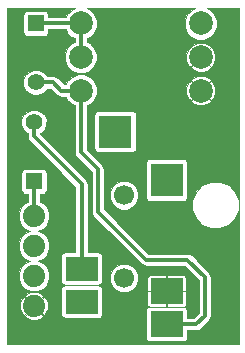
<source format=gtl>
G04 #@! TF.FileFunction,Copper,L1,Top,Signal*
%FSLAX46Y46*%
G04 Gerber Fmt 4.6, Leading zero omitted, Abs format (unit mm)*
G04 Created by KiCad (PCBNEW 4.0.2-stable) date 6/3/2016 7:26:30 PM*
%MOMM*%
G01*
G04 APERTURE LIST*
%ADD10C,0.150000*%
%ADD11C,1.998980*%
%ADD12R,2.800000X2.000000*%
%ADD13R,2.800000X2.200000*%
%ADD14R,2.800000X2.800000*%
%ADD15C,1.700000*%
%ADD16C,1.879600*%
%ADD17R,1.400000X1.400000*%
%ADD18C,1.400000*%
%ADD19C,0.300000*%
%ADD20C,0.203200*%
%ADD21C,0.125000*%
G04 APERTURE END LIST*
D10*
D11*
X6910000Y27830000D03*
X17070000Y27830000D03*
D12*
X6990000Y4275000D03*
X6990000Y7075000D03*
D13*
X14190000Y5175000D03*
X14190000Y2375000D03*
D14*
X14190000Y14575000D03*
X9840000Y18675000D03*
D15*
X10590000Y6275000D03*
X10590000Y13275000D03*
D16*
X2960000Y8995000D03*
X2960000Y6455000D03*
X2960000Y3915000D03*
X2960000Y11535000D03*
D11*
X17080000Y24980000D03*
X6920000Y24980000D03*
X17090000Y22150000D03*
X6930000Y22150000D03*
D17*
X2960000Y14460000D03*
D18*
X2960000Y19460000D03*
D17*
X3120000Y27830000D03*
D18*
X3120000Y22830000D03*
D19*
X2960000Y14460000D02*
X2960000Y11535000D01*
X6990000Y7075000D02*
X6990000Y14230000D01*
X2960000Y18260000D02*
X2960000Y19460000D01*
X6990000Y14230000D02*
X2960000Y18260000D01*
X3120000Y27830000D02*
X6910000Y27830000D01*
X6920000Y24980000D02*
X6920000Y27820000D01*
X6920000Y27820000D02*
X6910000Y27830000D01*
X6580000Y24640000D02*
X6920000Y24980000D01*
D20*
X6920000Y27820000D02*
X6910000Y27830000D01*
X6580000Y24640000D02*
X6920000Y24980000D01*
D19*
X3120000Y22830000D02*
X4610000Y22830000D01*
X5290000Y22150000D02*
X6930000Y22150000D01*
X4610000Y22830000D02*
X5290000Y22150000D01*
X8360000Y15480000D02*
X8360000Y11900000D01*
X6930000Y16910000D02*
X8360000Y15480000D01*
X8360000Y11900000D02*
X12440000Y7820000D01*
X6930000Y22150000D02*
X6930000Y16910000D01*
X16715000Y2375000D02*
X14190000Y2375000D01*
X17420000Y3080000D02*
X16715000Y2375000D01*
X17420000Y6360000D02*
X17420000Y3080000D01*
X15960000Y7820000D02*
X17420000Y6360000D01*
X12440000Y7820000D02*
X15960000Y7820000D01*
D21*
G36*
X6139503Y28985312D02*
X5756034Y28602513D01*
X5648067Y28342500D01*
X4189601Y28342500D01*
X4189601Y28530000D01*
X4164324Y28664334D01*
X4084933Y28787712D01*
X3963795Y28870482D01*
X3820000Y28899601D01*
X2420000Y28899601D01*
X2285666Y28874324D01*
X2162288Y28794933D01*
X2079518Y28673795D01*
X2050399Y28530000D01*
X2050399Y27130000D01*
X2075676Y26995666D01*
X2155067Y26872288D01*
X2276205Y26789518D01*
X2420000Y26760399D01*
X3820000Y26760399D01*
X3954334Y26785676D01*
X4077712Y26865067D01*
X4160482Y26986205D01*
X4189601Y27130000D01*
X4189601Y27317500D01*
X5648086Y27317500D01*
X5754688Y27059503D01*
X6137487Y26676034D01*
X6407500Y26563915D01*
X6407500Y26241914D01*
X6149503Y26135312D01*
X5766034Y25752513D01*
X5558247Y25252105D01*
X5557774Y24710272D01*
X5764688Y24209503D01*
X6147487Y23826034D01*
X6647895Y23618247D01*
X7189728Y23617774D01*
X7690497Y23824688D01*
X7986171Y24119846D01*
X16251666Y24119846D01*
X16362986Y23954836D01*
X16809879Y23758482D01*
X17297895Y23748094D01*
X17752739Y23925253D01*
X17797014Y23954836D01*
X17908334Y24119846D01*
X17080000Y24948180D01*
X16251666Y24119846D01*
X7986171Y24119846D01*
X8073966Y24207487D01*
X8281753Y24707895D01*
X8281800Y24762105D01*
X15848094Y24762105D01*
X16025253Y24307261D01*
X16054836Y24262986D01*
X16219846Y24151666D01*
X17048180Y24980000D01*
X17111820Y24980000D01*
X17940154Y24151666D01*
X18105164Y24262986D01*
X18301518Y24709879D01*
X18311906Y25197895D01*
X18134747Y25652739D01*
X18105164Y25697014D01*
X17940154Y25808334D01*
X17111820Y24980000D01*
X17048180Y24980000D01*
X16219846Y25808334D01*
X16054836Y25697014D01*
X15858482Y25250121D01*
X15848094Y24762105D01*
X8281800Y24762105D01*
X8282226Y25249728D01*
X8075312Y25750497D01*
X7985812Y25840154D01*
X16251666Y25840154D01*
X17080000Y25011820D01*
X17908334Y25840154D01*
X17797014Y26005164D01*
X17350121Y26201518D01*
X16862105Y26211906D01*
X16407261Y26034747D01*
X16362986Y26005164D01*
X16251666Y25840154D01*
X7985812Y25840154D01*
X7692513Y26133966D01*
X7432500Y26241933D01*
X7432500Y26572217D01*
X7680497Y26674688D01*
X8063966Y27057487D01*
X8271753Y27557895D01*
X8272226Y28099728D01*
X8065312Y28600497D01*
X7682513Y28983966D01*
X7410296Y29097000D01*
X16569808Y29097000D01*
X16299503Y28985312D01*
X15916034Y28602513D01*
X15708247Y28102105D01*
X15707774Y27560272D01*
X15914688Y27059503D01*
X16297487Y26676034D01*
X16797895Y26468247D01*
X17339728Y26467774D01*
X17840497Y26674688D01*
X18223966Y27057487D01*
X18431753Y27557895D01*
X18432226Y28099728D01*
X18225312Y28600497D01*
X17842513Y28983966D01*
X17570296Y29097000D01*
X20287000Y29097000D01*
X20287000Y703000D01*
X643000Y703000D01*
X643000Y3097888D01*
X2174708Y3097888D01*
X2278764Y2939080D01*
X2704089Y2752670D01*
X3168373Y2743214D01*
X3600934Y2912151D01*
X3641236Y2939080D01*
X3745292Y3097888D01*
X2960000Y3883180D01*
X2174708Y3097888D01*
X643000Y3097888D01*
X643000Y3706627D01*
X1788214Y3706627D01*
X1957151Y3274066D01*
X1984080Y3233764D01*
X2142888Y3129708D01*
X2928180Y3915000D01*
X2991820Y3915000D01*
X3777112Y3129708D01*
X3935920Y3233764D01*
X4122330Y3659089D01*
X4131786Y4123373D01*
X3962849Y4555934D01*
X3935920Y4596236D01*
X3777112Y4700292D01*
X2991820Y3915000D01*
X2928180Y3915000D01*
X2142888Y4700292D01*
X1984080Y4596236D01*
X1797670Y4170911D01*
X1788214Y3706627D01*
X643000Y3706627D01*
X643000Y4732112D01*
X2174708Y4732112D01*
X2960000Y3946820D01*
X3745292Y4732112D01*
X3641236Y4890920D01*
X3215911Y5077330D01*
X2751627Y5086786D01*
X2319066Y4917849D01*
X2278764Y4890920D01*
X2174708Y4732112D01*
X643000Y4732112D01*
X643000Y11277093D01*
X1657474Y11277093D01*
X1855320Y10798270D01*
X2221343Y10431607D01*
X2622975Y10264835D01*
X2223270Y10099680D01*
X1856607Y9733657D01*
X1657926Y9255180D01*
X1657474Y8737093D01*
X1855320Y8258270D01*
X2221343Y7891607D01*
X2622975Y7724835D01*
X2223270Y7559680D01*
X1856607Y7193657D01*
X1657926Y6715180D01*
X1657474Y6197093D01*
X1855320Y5718270D01*
X2221343Y5351607D01*
X2699820Y5152926D01*
X3217907Y5152474D01*
X3514442Y5275000D01*
X5220399Y5275000D01*
X5220399Y3275000D01*
X5245676Y3140666D01*
X5325067Y3017288D01*
X5446205Y2934518D01*
X5590000Y2905399D01*
X8390000Y2905399D01*
X8524334Y2930676D01*
X8647712Y3010067D01*
X8730482Y3131205D01*
X8759601Y3275000D01*
X8759601Y5275000D01*
X8734324Y5409334D01*
X8654933Y5532712D01*
X8533795Y5615482D01*
X8390000Y5644601D01*
X5590000Y5644601D01*
X5455666Y5619324D01*
X5332288Y5539933D01*
X5249518Y5418795D01*
X5220399Y5275000D01*
X3514442Y5275000D01*
X3696730Y5350320D01*
X4063393Y5716343D01*
X4262074Y6194820D01*
X4262526Y6712907D01*
X4064680Y7191730D01*
X3698657Y7558393D01*
X3297025Y7725165D01*
X3696730Y7890320D01*
X4063393Y8256343D01*
X4262074Y8734820D01*
X4262526Y9252907D01*
X4064680Y9731730D01*
X3698657Y10098393D01*
X3297025Y10265165D01*
X3696730Y10430320D01*
X4063393Y10796343D01*
X4262074Y11274820D01*
X4262526Y11792907D01*
X4064680Y12271730D01*
X3698657Y12638393D01*
X3472500Y12732302D01*
X3472500Y13390399D01*
X3660000Y13390399D01*
X3794334Y13415676D01*
X3917712Y13495067D01*
X4000482Y13616205D01*
X4029601Y13760000D01*
X4029601Y15160000D01*
X4004324Y15294334D01*
X3924933Y15417712D01*
X3803795Y15500482D01*
X3660000Y15529601D01*
X2260000Y15529601D01*
X2125666Y15504324D01*
X2002288Y15424933D01*
X1919518Y15303795D01*
X1890399Y15160000D01*
X1890399Y13760000D01*
X1915676Y13625666D01*
X1995067Y13502288D01*
X2116205Y13419518D01*
X2260000Y13390399D01*
X2447500Y13390399D01*
X2447500Y12732330D01*
X2223270Y12639680D01*
X1856607Y12273657D01*
X1657926Y11795180D01*
X1657474Y11277093D01*
X643000Y11277093D01*
X643000Y19249583D01*
X1897316Y19249583D01*
X2058731Y18858928D01*
X2357356Y18559781D01*
X2447500Y18522350D01*
X2447500Y18260000D01*
X2486512Y18063875D01*
X2597608Y17897608D01*
X6477500Y14017716D01*
X6477500Y8444601D01*
X5590000Y8444601D01*
X5455666Y8419324D01*
X5332288Y8339933D01*
X5249518Y8218795D01*
X5220399Y8075000D01*
X5220399Y6075000D01*
X5245676Y5940666D01*
X5325067Y5817288D01*
X5446205Y5734518D01*
X5590000Y5705399D01*
X8390000Y5705399D01*
X8524334Y5730676D01*
X8647712Y5810067D01*
X8730482Y5931205D01*
X8751475Y6034877D01*
X9377290Y6034877D01*
X9561493Y5589071D01*
X9902277Y5247692D01*
X10347761Y5062711D01*
X10830123Y5062290D01*
X10910799Y5095625D01*
X12562500Y5095625D01*
X12562500Y4029747D01*
X12597135Y3946131D01*
X12661132Y3882135D01*
X12744748Y3847500D01*
X14110625Y3847500D01*
X14167500Y3904375D01*
X14167500Y5152500D01*
X14212500Y5152500D01*
X14212500Y3904375D01*
X14269375Y3847500D01*
X15635252Y3847500D01*
X15718868Y3882135D01*
X15782865Y3946131D01*
X15817500Y4029747D01*
X15817500Y5095625D01*
X15760625Y5152500D01*
X14212500Y5152500D01*
X14167500Y5152500D01*
X12619375Y5152500D01*
X12562500Y5095625D01*
X10910799Y5095625D01*
X11275929Y5246493D01*
X11617308Y5587277D01*
X11802289Y6032761D01*
X11802539Y6320253D01*
X12562500Y6320253D01*
X12562500Y5254375D01*
X12619375Y5197500D01*
X14167500Y5197500D01*
X14167500Y6445625D01*
X14212500Y6445625D01*
X14212500Y5197500D01*
X15760625Y5197500D01*
X15817500Y5254375D01*
X15817500Y6320253D01*
X15782865Y6403869D01*
X15718868Y6467865D01*
X15635252Y6502500D01*
X14269375Y6502500D01*
X14212500Y6445625D01*
X14167500Y6445625D01*
X14110625Y6502500D01*
X12744748Y6502500D01*
X12661132Y6467865D01*
X12597135Y6403869D01*
X12562500Y6320253D01*
X11802539Y6320253D01*
X11802710Y6515123D01*
X11618507Y6960929D01*
X11277723Y7302308D01*
X10832239Y7487289D01*
X10349877Y7487710D01*
X9904071Y7303507D01*
X9562692Y6962723D01*
X9377711Y6517239D01*
X9377290Y6034877D01*
X8751475Y6034877D01*
X8759601Y6075000D01*
X8759601Y8075000D01*
X8734324Y8209334D01*
X8654933Y8332712D01*
X8533795Y8415482D01*
X8390000Y8444601D01*
X7502500Y8444601D01*
X7502500Y14230000D01*
X7463488Y14426125D01*
X7352392Y14592392D01*
X3472500Y18472284D01*
X3472500Y18522134D01*
X3561072Y18558731D01*
X3860219Y18857356D01*
X4022316Y19247728D01*
X4022684Y19670417D01*
X3861269Y20061072D01*
X3562644Y20360219D01*
X3172272Y20522316D01*
X2749583Y20522684D01*
X2358928Y20361269D01*
X2059781Y20062644D01*
X1897684Y19672272D01*
X1897316Y19249583D01*
X643000Y19249583D01*
X643000Y22619583D01*
X2057316Y22619583D01*
X2218731Y22228928D01*
X2517356Y21929781D01*
X2907728Y21767684D01*
X3330417Y21767316D01*
X3721072Y21928731D01*
X4020219Y22227356D01*
X4057650Y22317500D01*
X4397716Y22317500D01*
X4927608Y21787608D01*
X5093875Y21676512D01*
X5290000Y21637500D01*
X5668086Y21637500D01*
X5774688Y21379503D01*
X6157487Y20996034D01*
X6417500Y20888067D01*
X6417500Y16910000D01*
X6456512Y16713875D01*
X6567608Y16547608D01*
X7847500Y15267715D01*
X7847500Y11900000D01*
X7886512Y11703875D01*
X7997608Y11537608D01*
X12077608Y7457608D01*
X12243875Y7346512D01*
X12440000Y7307500D01*
X15747716Y7307500D01*
X16907500Y6147716D01*
X16907500Y3292285D01*
X16502716Y2887500D01*
X15959601Y2887500D01*
X15959601Y3475000D01*
X15934324Y3609334D01*
X15854933Y3732712D01*
X15733795Y3815482D01*
X15590000Y3844601D01*
X12790000Y3844601D01*
X12655666Y3819324D01*
X12532288Y3739933D01*
X12449518Y3618795D01*
X12420399Y3475000D01*
X12420399Y1275000D01*
X12445676Y1140666D01*
X12525067Y1017288D01*
X12646205Y934518D01*
X12790000Y905399D01*
X15590000Y905399D01*
X15724334Y930676D01*
X15847712Y1010067D01*
X15930482Y1131205D01*
X15959601Y1275000D01*
X15959601Y1862500D01*
X16715000Y1862500D01*
X16911125Y1901512D01*
X17077392Y2012608D01*
X17782393Y2717608D01*
X17893488Y2883875D01*
X17932500Y3080000D01*
X17932500Y6360000D01*
X17893488Y6556125D01*
X17782392Y6722392D01*
X16322392Y8182392D01*
X16156125Y8293488D01*
X15960000Y8332500D01*
X12652284Y8332500D01*
X8872500Y12112284D01*
X8872500Y13034877D01*
X9377290Y13034877D01*
X9561493Y12589071D01*
X9902277Y12247692D01*
X10347761Y12062711D01*
X10830123Y12062290D01*
X10864143Y12076347D01*
X16357160Y12076347D01*
X16655303Y11354785D01*
X17206881Y10802243D01*
X17927922Y10502841D01*
X18708653Y10502160D01*
X19430215Y10800303D01*
X19982757Y11351881D01*
X20282159Y12072922D01*
X20282840Y12853653D01*
X19984697Y13575215D01*
X19433119Y14127757D01*
X18712078Y14427159D01*
X17931347Y14427840D01*
X17209785Y14129697D01*
X16657243Y13578119D01*
X16357841Y12857078D01*
X16357160Y12076347D01*
X10864143Y12076347D01*
X11275929Y12246493D01*
X11617308Y12587277D01*
X11802289Y13032761D01*
X11802710Y13515123D01*
X11618507Y13960929D01*
X11277723Y14302308D01*
X10832239Y14487289D01*
X10349877Y14487710D01*
X9904071Y14303507D01*
X9562692Y13962723D01*
X9377711Y13517239D01*
X9377290Y13034877D01*
X8872500Y13034877D01*
X8872500Y15480000D01*
X8833488Y15676125D01*
X8833488Y15676126D01*
X8722392Y15842393D01*
X8589785Y15975000D01*
X12420399Y15975000D01*
X12420399Y13175000D01*
X12445676Y13040666D01*
X12525067Y12917288D01*
X12646205Y12834518D01*
X12790000Y12805399D01*
X15590000Y12805399D01*
X15724334Y12830676D01*
X15847712Y12910067D01*
X15930482Y13031205D01*
X15959601Y13175000D01*
X15959601Y15975000D01*
X15934324Y16109334D01*
X15854933Y16232712D01*
X15733795Y16315482D01*
X15590000Y16344601D01*
X12790000Y16344601D01*
X12655666Y16319324D01*
X12532288Y16239933D01*
X12449518Y16118795D01*
X12420399Y15975000D01*
X8589785Y15975000D01*
X7442500Y17122284D01*
X7442500Y20075000D01*
X8070399Y20075000D01*
X8070399Y17275000D01*
X8095676Y17140666D01*
X8175067Y17017288D01*
X8296205Y16934518D01*
X8440000Y16905399D01*
X11240000Y16905399D01*
X11374334Y16930676D01*
X11497712Y17010067D01*
X11580482Y17131205D01*
X11609601Y17275000D01*
X11609601Y20075000D01*
X11584324Y20209334D01*
X11504933Y20332712D01*
X11383795Y20415482D01*
X11240000Y20444601D01*
X8440000Y20444601D01*
X8305666Y20419324D01*
X8182288Y20339933D01*
X8099518Y20218795D01*
X8070399Y20075000D01*
X7442500Y20075000D01*
X7442500Y20888086D01*
X7700497Y20994688D01*
X7996171Y21289846D01*
X16261666Y21289846D01*
X16372986Y21124836D01*
X16819879Y20928482D01*
X17307895Y20918094D01*
X17762739Y21095253D01*
X17807014Y21124836D01*
X17918334Y21289846D01*
X17090000Y22118180D01*
X16261666Y21289846D01*
X7996171Y21289846D01*
X8083966Y21377487D01*
X8291753Y21877895D01*
X8291800Y21932105D01*
X15858094Y21932105D01*
X16035253Y21477261D01*
X16064836Y21432986D01*
X16229846Y21321666D01*
X17058180Y22150000D01*
X17121820Y22150000D01*
X17950154Y21321666D01*
X18115164Y21432986D01*
X18311518Y21879879D01*
X18321906Y22367895D01*
X18144747Y22822739D01*
X18115164Y22867014D01*
X17950154Y22978334D01*
X17121820Y22150000D01*
X17058180Y22150000D01*
X16229846Y22978334D01*
X16064836Y22867014D01*
X15868482Y22420121D01*
X15858094Y21932105D01*
X8291800Y21932105D01*
X8292226Y22419728D01*
X8085312Y22920497D01*
X7995812Y23010154D01*
X16261666Y23010154D01*
X17090000Y22181820D01*
X17918334Y23010154D01*
X17807014Y23175164D01*
X17360121Y23371518D01*
X16872105Y23381906D01*
X16417261Y23204747D01*
X16372986Y23175164D01*
X16261666Y23010154D01*
X7995812Y23010154D01*
X7702513Y23303966D01*
X7202105Y23511753D01*
X6660272Y23512226D01*
X6159503Y23305312D01*
X5776034Y22922513D01*
X5668067Y22662500D01*
X5502284Y22662500D01*
X4972392Y23192392D01*
X4806125Y23303488D01*
X4610000Y23342500D01*
X4057866Y23342500D01*
X4021269Y23431072D01*
X3722644Y23730219D01*
X3332272Y23892316D01*
X2909583Y23892684D01*
X2518928Y23731269D01*
X2219781Y23432644D01*
X2057684Y23042272D01*
X2057316Y22619583D01*
X643000Y22619583D01*
X643000Y29097000D01*
X6409808Y29097000D01*
X6139503Y28985312D01*
X6139503Y28985312D01*
G37*
X6139503Y28985312D02*
X5756034Y28602513D01*
X5648067Y28342500D01*
X4189601Y28342500D01*
X4189601Y28530000D01*
X4164324Y28664334D01*
X4084933Y28787712D01*
X3963795Y28870482D01*
X3820000Y28899601D01*
X2420000Y28899601D01*
X2285666Y28874324D01*
X2162288Y28794933D01*
X2079518Y28673795D01*
X2050399Y28530000D01*
X2050399Y27130000D01*
X2075676Y26995666D01*
X2155067Y26872288D01*
X2276205Y26789518D01*
X2420000Y26760399D01*
X3820000Y26760399D01*
X3954334Y26785676D01*
X4077712Y26865067D01*
X4160482Y26986205D01*
X4189601Y27130000D01*
X4189601Y27317500D01*
X5648086Y27317500D01*
X5754688Y27059503D01*
X6137487Y26676034D01*
X6407500Y26563915D01*
X6407500Y26241914D01*
X6149503Y26135312D01*
X5766034Y25752513D01*
X5558247Y25252105D01*
X5557774Y24710272D01*
X5764688Y24209503D01*
X6147487Y23826034D01*
X6647895Y23618247D01*
X7189728Y23617774D01*
X7690497Y23824688D01*
X7986171Y24119846D01*
X16251666Y24119846D01*
X16362986Y23954836D01*
X16809879Y23758482D01*
X17297895Y23748094D01*
X17752739Y23925253D01*
X17797014Y23954836D01*
X17908334Y24119846D01*
X17080000Y24948180D01*
X16251666Y24119846D01*
X7986171Y24119846D01*
X8073966Y24207487D01*
X8281753Y24707895D01*
X8281800Y24762105D01*
X15848094Y24762105D01*
X16025253Y24307261D01*
X16054836Y24262986D01*
X16219846Y24151666D01*
X17048180Y24980000D01*
X17111820Y24980000D01*
X17940154Y24151666D01*
X18105164Y24262986D01*
X18301518Y24709879D01*
X18311906Y25197895D01*
X18134747Y25652739D01*
X18105164Y25697014D01*
X17940154Y25808334D01*
X17111820Y24980000D01*
X17048180Y24980000D01*
X16219846Y25808334D01*
X16054836Y25697014D01*
X15858482Y25250121D01*
X15848094Y24762105D01*
X8281800Y24762105D01*
X8282226Y25249728D01*
X8075312Y25750497D01*
X7985812Y25840154D01*
X16251666Y25840154D01*
X17080000Y25011820D01*
X17908334Y25840154D01*
X17797014Y26005164D01*
X17350121Y26201518D01*
X16862105Y26211906D01*
X16407261Y26034747D01*
X16362986Y26005164D01*
X16251666Y25840154D01*
X7985812Y25840154D01*
X7692513Y26133966D01*
X7432500Y26241933D01*
X7432500Y26572217D01*
X7680497Y26674688D01*
X8063966Y27057487D01*
X8271753Y27557895D01*
X8272226Y28099728D01*
X8065312Y28600497D01*
X7682513Y28983966D01*
X7410296Y29097000D01*
X16569808Y29097000D01*
X16299503Y28985312D01*
X15916034Y28602513D01*
X15708247Y28102105D01*
X15707774Y27560272D01*
X15914688Y27059503D01*
X16297487Y26676034D01*
X16797895Y26468247D01*
X17339728Y26467774D01*
X17840497Y26674688D01*
X18223966Y27057487D01*
X18431753Y27557895D01*
X18432226Y28099728D01*
X18225312Y28600497D01*
X17842513Y28983966D01*
X17570296Y29097000D01*
X20287000Y29097000D01*
X20287000Y703000D01*
X643000Y703000D01*
X643000Y3097888D01*
X2174708Y3097888D01*
X2278764Y2939080D01*
X2704089Y2752670D01*
X3168373Y2743214D01*
X3600934Y2912151D01*
X3641236Y2939080D01*
X3745292Y3097888D01*
X2960000Y3883180D01*
X2174708Y3097888D01*
X643000Y3097888D01*
X643000Y3706627D01*
X1788214Y3706627D01*
X1957151Y3274066D01*
X1984080Y3233764D01*
X2142888Y3129708D01*
X2928180Y3915000D01*
X2991820Y3915000D01*
X3777112Y3129708D01*
X3935920Y3233764D01*
X4122330Y3659089D01*
X4131786Y4123373D01*
X3962849Y4555934D01*
X3935920Y4596236D01*
X3777112Y4700292D01*
X2991820Y3915000D01*
X2928180Y3915000D01*
X2142888Y4700292D01*
X1984080Y4596236D01*
X1797670Y4170911D01*
X1788214Y3706627D01*
X643000Y3706627D01*
X643000Y4732112D01*
X2174708Y4732112D01*
X2960000Y3946820D01*
X3745292Y4732112D01*
X3641236Y4890920D01*
X3215911Y5077330D01*
X2751627Y5086786D01*
X2319066Y4917849D01*
X2278764Y4890920D01*
X2174708Y4732112D01*
X643000Y4732112D01*
X643000Y11277093D01*
X1657474Y11277093D01*
X1855320Y10798270D01*
X2221343Y10431607D01*
X2622975Y10264835D01*
X2223270Y10099680D01*
X1856607Y9733657D01*
X1657926Y9255180D01*
X1657474Y8737093D01*
X1855320Y8258270D01*
X2221343Y7891607D01*
X2622975Y7724835D01*
X2223270Y7559680D01*
X1856607Y7193657D01*
X1657926Y6715180D01*
X1657474Y6197093D01*
X1855320Y5718270D01*
X2221343Y5351607D01*
X2699820Y5152926D01*
X3217907Y5152474D01*
X3514442Y5275000D01*
X5220399Y5275000D01*
X5220399Y3275000D01*
X5245676Y3140666D01*
X5325067Y3017288D01*
X5446205Y2934518D01*
X5590000Y2905399D01*
X8390000Y2905399D01*
X8524334Y2930676D01*
X8647712Y3010067D01*
X8730482Y3131205D01*
X8759601Y3275000D01*
X8759601Y5275000D01*
X8734324Y5409334D01*
X8654933Y5532712D01*
X8533795Y5615482D01*
X8390000Y5644601D01*
X5590000Y5644601D01*
X5455666Y5619324D01*
X5332288Y5539933D01*
X5249518Y5418795D01*
X5220399Y5275000D01*
X3514442Y5275000D01*
X3696730Y5350320D01*
X4063393Y5716343D01*
X4262074Y6194820D01*
X4262526Y6712907D01*
X4064680Y7191730D01*
X3698657Y7558393D01*
X3297025Y7725165D01*
X3696730Y7890320D01*
X4063393Y8256343D01*
X4262074Y8734820D01*
X4262526Y9252907D01*
X4064680Y9731730D01*
X3698657Y10098393D01*
X3297025Y10265165D01*
X3696730Y10430320D01*
X4063393Y10796343D01*
X4262074Y11274820D01*
X4262526Y11792907D01*
X4064680Y12271730D01*
X3698657Y12638393D01*
X3472500Y12732302D01*
X3472500Y13390399D01*
X3660000Y13390399D01*
X3794334Y13415676D01*
X3917712Y13495067D01*
X4000482Y13616205D01*
X4029601Y13760000D01*
X4029601Y15160000D01*
X4004324Y15294334D01*
X3924933Y15417712D01*
X3803795Y15500482D01*
X3660000Y15529601D01*
X2260000Y15529601D01*
X2125666Y15504324D01*
X2002288Y15424933D01*
X1919518Y15303795D01*
X1890399Y15160000D01*
X1890399Y13760000D01*
X1915676Y13625666D01*
X1995067Y13502288D01*
X2116205Y13419518D01*
X2260000Y13390399D01*
X2447500Y13390399D01*
X2447500Y12732330D01*
X2223270Y12639680D01*
X1856607Y12273657D01*
X1657926Y11795180D01*
X1657474Y11277093D01*
X643000Y11277093D01*
X643000Y19249583D01*
X1897316Y19249583D01*
X2058731Y18858928D01*
X2357356Y18559781D01*
X2447500Y18522350D01*
X2447500Y18260000D01*
X2486512Y18063875D01*
X2597608Y17897608D01*
X6477500Y14017716D01*
X6477500Y8444601D01*
X5590000Y8444601D01*
X5455666Y8419324D01*
X5332288Y8339933D01*
X5249518Y8218795D01*
X5220399Y8075000D01*
X5220399Y6075000D01*
X5245676Y5940666D01*
X5325067Y5817288D01*
X5446205Y5734518D01*
X5590000Y5705399D01*
X8390000Y5705399D01*
X8524334Y5730676D01*
X8647712Y5810067D01*
X8730482Y5931205D01*
X8751475Y6034877D01*
X9377290Y6034877D01*
X9561493Y5589071D01*
X9902277Y5247692D01*
X10347761Y5062711D01*
X10830123Y5062290D01*
X10910799Y5095625D01*
X12562500Y5095625D01*
X12562500Y4029747D01*
X12597135Y3946131D01*
X12661132Y3882135D01*
X12744748Y3847500D01*
X14110625Y3847500D01*
X14167500Y3904375D01*
X14167500Y5152500D01*
X14212500Y5152500D01*
X14212500Y3904375D01*
X14269375Y3847500D01*
X15635252Y3847500D01*
X15718868Y3882135D01*
X15782865Y3946131D01*
X15817500Y4029747D01*
X15817500Y5095625D01*
X15760625Y5152500D01*
X14212500Y5152500D01*
X14167500Y5152500D01*
X12619375Y5152500D01*
X12562500Y5095625D01*
X10910799Y5095625D01*
X11275929Y5246493D01*
X11617308Y5587277D01*
X11802289Y6032761D01*
X11802539Y6320253D01*
X12562500Y6320253D01*
X12562500Y5254375D01*
X12619375Y5197500D01*
X14167500Y5197500D01*
X14167500Y6445625D01*
X14212500Y6445625D01*
X14212500Y5197500D01*
X15760625Y5197500D01*
X15817500Y5254375D01*
X15817500Y6320253D01*
X15782865Y6403869D01*
X15718868Y6467865D01*
X15635252Y6502500D01*
X14269375Y6502500D01*
X14212500Y6445625D01*
X14167500Y6445625D01*
X14110625Y6502500D01*
X12744748Y6502500D01*
X12661132Y6467865D01*
X12597135Y6403869D01*
X12562500Y6320253D01*
X11802539Y6320253D01*
X11802710Y6515123D01*
X11618507Y6960929D01*
X11277723Y7302308D01*
X10832239Y7487289D01*
X10349877Y7487710D01*
X9904071Y7303507D01*
X9562692Y6962723D01*
X9377711Y6517239D01*
X9377290Y6034877D01*
X8751475Y6034877D01*
X8759601Y6075000D01*
X8759601Y8075000D01*
X8734324Y8209334D01*
X8654933Y8332712D01*
X8533795Y8415482D01*
X8390000Y8444601D01*
X7502500Y8444601D01*
X7502500Y14230000D01*
X7463488Y14426125D01*
X7352392Y14592392D01*
X3472500Y18472284D01*
X3472500Y18522134D01*
X3561072Y18558731D01*
X3860219Y18857356D01*
X4022316Y19247728D01*
X4022684Y19670417D01*
X3861269Y20061072D01*
X3562644Y20360219D01*
X3172272Y20522316D01*
X2749583Y20522684D01*
X2358928Y20361269D01*
X2059781Y20062644D01*
X1897684Y19672272D01*
X1897316Y19249583D01*
X643000Y19249583D01*
X643000Y22619583D01*
X2057316Y22619583D01*
X2218731Y22228928D01*
X2517356Y21929781D01*
X2907728Y21767684D01*
X3330417Y21767316D01*
X3721072Y21928731D01*
X4020219Y22227356D01*
X4057650Y22317500D01*
X4397716Y22317500D01*
X4927608Y21787608D01*
X5093875Y21676512D01*
X5290000Y21637500D01*
X5668086Y21637500D01*
X5774688Y21379503D01*
X6157487Y20996034D01*
X6417500Y20888067D01*
X6417500Y16910000D01*
X6456512Y16713875D01*
X6567608Y16547608D01*
X7847500Y15267715D01*
X7847500Y11900000D01*
X7886512Y11703875D01*
X7997608Y11537608D01*
X12077608Y7457608D01*
X12243875Y7346512D01*
X12440000Y7307500D01*
X15747716Y7307500D01*
X16907500Y6147716D01*
X16907500Y3292285D01*
X16502716Y2887500D01*
X15959601Y2887500D01*
X15959601Y3475000D01*
X15934324Y3609334D01*
X15854933Y3732712D01*
X15733795Y3815482D01*
X15590000Y3844601D01*
X12790000Y3844601D01*
X12655666Y3819324D01*
X12532288Y3739933D01*
X12449518Y3618795D01*
X12420399Y3475000D01*
X12420399Y1275000D01*
X12445676Y1140666D01*
X12525067Y1017288D01*
X12646205Y934518D01*
X12790000Y905399D01*
X15590000Y905399D01*
X15724334Y930676D01*
X15847712Y1010067D01*
X15930482Y1131205D01*
X15959601Y1275000D01*
X15959601Y1862500D01*
X16715000Y1862500D01*
X16911125Y1901512D01*
X17077392Y2012608D01*
X17782393Y2717608D01*
X17893488Y2883875D01*
X17932500Y3080000D01*
X17932500Y6360000D01*
X17893488Y6556125D01*
X17782392Y6722392D01*
X16322392Y8182392D01*
X16156125Y8293488D01*
X15960000Y8332500D01*
X12652284Y8332500D01*
X8872500Y12112284D01*
X8872500Y13034877D01*
X9377290Y13034877D01*
X9561493Y12589071D01*
X9902277Y12247692D01*
X10347761Y12062711D01*
X10830123Y12062290D01*
X10864143Y12076347D01*
X16357160Y12076347D01*
X16655303Y11354785D01*
X17206881Y10802243D01*
X17927922Y10502841D01*
X18708653Y10502160D01*
X19430215Y10800303D01*
X19982757Y11351881D01*
X20282159Y12072922D01*
X20282840Y12853653D01*
X19984697Y13575215D01*
X19433119Y14127757D01*
X18712078Y14427159D01*
X17931347Y14427840D01*
X17209785Y14129697D01*
X16657243Y13578119D01*
X16357841Y12857078D01*
X16357160Y12076347D01*
X10864143Y12076347D01*
X11275929Y12246493D01*
X11617308Y12587277D01*
X11802289Y13032761D01*
X11802710Y13515123D01*
X11618507Y13960929D01*
X11277723Y14302308D01*
X10832239Y14487289D01*
X10349877Y14487710D01*
X9904071Y14303507D01*
X9562692Y13962723D01*
X9377711Y13517239D01*
X9377290Y13034877D01*
X8872500Y13034877D01*
X8872500Y15480000D01*
X8833488Y15676125D01*
X8833488Y15676126D01*
X8722392Y15842393D01*
X8589785Y15975000D01*
X12420399Y15975000D01*
X12420399Y13175000D01*
X12445676Y13040666D01*
X12525067Y12917288D01*
X12646205Y12834518D01*
X12790000Y12805399D01*
X15590000Y12805399D01*
X15724334Y12830676D01*
X15847712Y12910067D01*
X15930482Y13031205D01*
X15959601Y13175000D01*
X15959601Y15975000D01*
X15934324Y16109334D01*
X15854933Y16232712D01*
X15733795Y16315482D01*
X15590000Y16344601D01*
X12790000Y16344601D01*
X12655666Y16319324D01*
X12532288Y16239933D01*
X12449518Y16118795D01*
X12420399Y15975000D01*
X8589785Y15975000D01*
X7442500Y17122284D01*
X7442500Y20075000D01*
X8070399Y20075000D01*
X8070399Y17275000D01*
X8095676Y17140666D01*
X8175067Y17017288D01*
X8296205Y16934518D01*
X8440000Y16905399D01*
X11240000Y16905399D01*
X11374334Y16930676D01*
X11497712Y17010067D01*
X11580482Y17131205D01*
X11609601Y17275000D01*
X11609601Y20075000D01*
X11584324Y20209334D01*
X11504933Y20332712D01*
X11383795Y20415482D01*
X11240000Y20444601D01*
X8440000Y20444601D01*
X8305666Y20419324D01*
X8182288Y20339933D01*
X8099518Y20218795D01*
X8070399Y20075000D01*
X7442500Y20075000D01*
X7442500Y20888086D01*
X7700497Y20994688D01*
X7996171Y21289846D01*
X16261666Y21289846D01*
X16372986Y21124836D01*
X16819879Y20928482D01*
X17307895Y20918094D01*
X17762739Y21095253D01*
X17807014Y21124836D01*
X17918334Y21289846D01*
X17090000Y22118180D01*
X16261666Y21289846D01*
X7996171Y21289846D01*
X8083966Y21377487D01*
X8291753Y21877895D01*
X8291800Y21932105D01*
X15858094Y21932105D01*
X16035253Y21477261D01*
X16064836Y21432986D01*
X16229846Y21321666D01*
X17058180Y22150000D01*
X17121820Y22150000D01*
X17950154Y21321666D01*
X18115164Y21432986D01*
X18311518Y21879879D01*
X18321906Y22367895D01*
X18144747Y22822739D01*
X18115164Y22867014D01*
X17950154Y22978334D01*
X17121820Y22150000D01*
X17058180Y22150000D01*
X16229846Y22978334D01*
X16064836Y22867014D01*
X15868482Y22420121D01*
X15858094Y21932105D01*
X8291800Y21932105D01*
X8292226Y22419728D01*
X8085312Y22920497D01*
X7995812Y23010154D01*
X16261666Y23010154D01*
X17090000Y22181820D01*
X17918334Y23010154D01*
X17807014Y23175164D01*
X17360121Y23371518D01*
X16872105Y23381906D01*
X16417261Y23204747D01*
X16372986Y23175164D01*
X16261666Y23010154D01*
X7995812Y23010154D01*
X7702513Y23303966D01*
X7202105Y23511753D01*
X6660272Y23512226D01*
X6159503Y23305312D01*
X5776034Y22922513D01*
X5668067Y22662500D01*
X5502284Y22662500D01*
X4972392Y23192392D01*
X4806125Y23303488D01*
X4610000Y23342500D01*
X4057866Y23342500D01*
X4021269Y23431072D01*
X3722644Y23730219D01*
X3332272Y23892316D01*
X2909583Y23892684D01*
X2518928Y23731269D01*
X2219781Y23432644D01*
X2057684Y23042272D01*
X2057316Y22619583D01*
X643000Y22619583D01*
X643000Y29097000D01*
X6409808Y29097000D01*
X6139503Y28985312D01*
M02*

</source>
